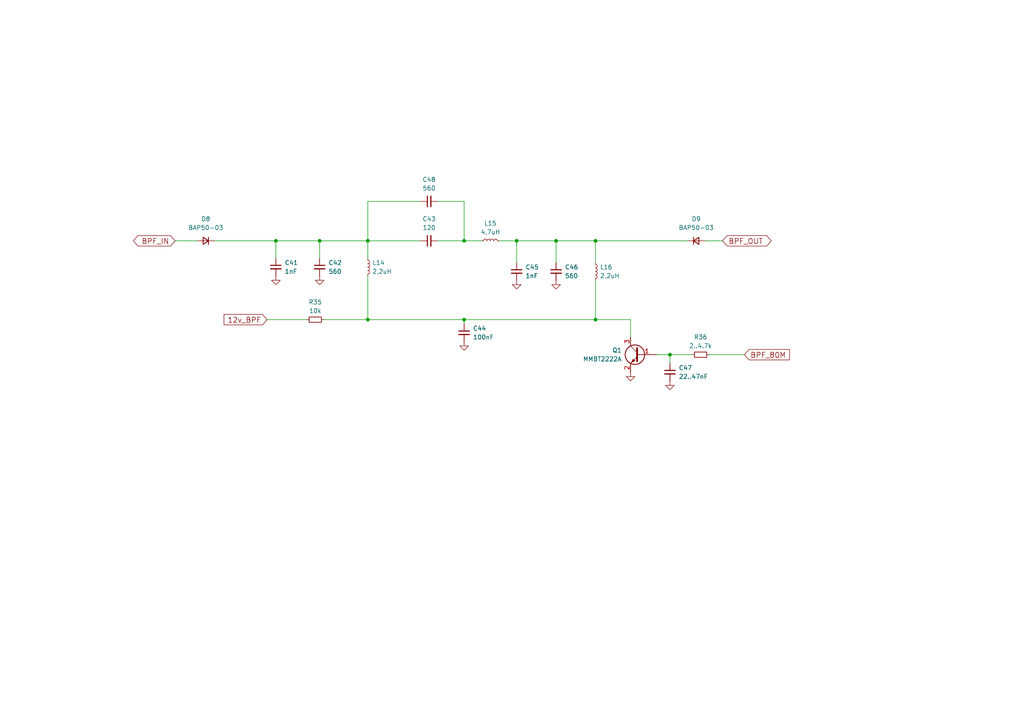
<source format=kicad_sch>
(kicad_sch (version 20231120) (generator "eeschema") (generator_version "8.0")
  (paper "A4")
  (lib_symbols
    (symbol "Device:C_Small" (pin_numbers hide) (pin_names (offset 0.254) hide)
      (property "Reference" "C" (at 0.254 1.778 0))
      (property "Value" "C_Small" (at 0.254 -2.032 0))
      (symbol "C_Small_0_1"
        (polyline (pts (xy -1.524 -0.508) (xy 1.524 -0.508)) (stroke (width 0.3302)))
        (polyline (pts (xy -1.524 0.508) (xy 1.524 0.508)) (stroke (width 0.3048)))
      )
      (symbol "C_Small_1_1"
        (pin passive line (at 0 2.54 270) (length 2.032) (name "~") (number "1"))
        (pin passive line (at 0 -2.54 90) (length 2.032) (name "~") (number "2"))
      )
    )
    (symbol "Device:D_Small" (pin_numbers hide) (pin_names (offset 0.254) hide)
      (property "Reference" "D" (at -1.27 2.032 0))
      (property "Value" "D_Small" (at -3.81 -2.032 0))
      (symbol "D_Small_0_1"
        (polyline (pts (xy -0.762 -1.016) (xy -0.762 1.016)) (stroke (width 0.254)))
        (polyline (pts (xy -0.762 0) (xy 0.762 0)))
        (polyline (pts (xy 0.762 -1.016) (xy -0.762 0) (xy 0.762 1.016) (xy 0.762 -1.016)) (stroke (width 0.254)))
      )
      (symbol "D_Small_1_1"
        (pin passive line (at -2.54 0 0) (length 1.778) (name "K") (number "1"))
        (pin passive line (at 2.54 0 180) (length 1.778) (name "A") (number "2"))
      )
    )
    (symbol "Device:L_Small" (pin_numbers hide) (pin_names (offset 0.254) hide)
      (property "Reference" "L" (at 0.762 1.016 0))
      (property "Value" "L_Small" (at 0.762 -1.016 0))
      (symbol "L_Small_0_1"
        (arc (start 0 -2.032) (mid 0.5058 -1.524) (end 0 -1.016))
        (arc (start 0 -1.016) (mid 0.5058 -0.508) (end 0 0))
        (arc (start 0 0) (mid 0.5058 0.508) (end 0 1.016))
        (arc (start 0 1.016) (mid 0.5058 1.524) (end 0 2.032))
      )
      (symbol "L_Small_1_1"
        (pin passive line (at 0 2.54 270) (length 0.508) (name "~") (number "1"))
        (pin passive line (at 0 -2.54 90) (length 0.508) (name "~") (number "2"))
      )
    )
    (symbol "Device:R_Small" (pin_numbers hide) (pin_names (offset 0.254) hide)
      (property "Reference" "R" (at 0.762 0.508 0))
      (property "Value" "R_Small" (at 0.762 -1.016 0))
      (symbol "R_Small_0_1"
        (rectangle (start -0.762 1.778) (end 0.762 -1.778) (stroke (width 0.2032)))
      )
      (symbol "R_Small_1_1"
        (pin passive line (at 0 2.54 270) (length 0.762) (name "~") (number "1"))
        (pin passive line (at 0 -2.54 90) (length 0.762) (name "~") (number "2"))
      )
    )
    (symbol "Transistor_BJT:MMBT2222A" (pin_names (offset 0) hide)
      (property "Reference" "Q" (at 5.08 1.905 0))
      (property "Value" "MMBT2222A" (at 5.08 0 0))
      (symbol "MMBT2222A_0_1"
        (polyline (pts (xy 0.635 0.635) (xy 2.54 2.54)))
        (polyline (pts (xy 0.635 -0.635) (xy 2.54 -2.54) (xy 2.54 -2.54)))
        (polyline (pts (xy 0.635 1.905) (xy 0.635 -1.905) (xy 0.635 -1.905)) (stroke (width 0.508)))
        (polyline (pts (xy 1.27 -1.778) (xy 1.778 -1.27) (xy 2.286 -2.286) (xy 1.27 -1.778) (xy 1.27 -1.778)) (fill (type outline)))
        (circle (center 1.27 0) (radius 2.8194) (stroke (width 0.254)))
      )
      (symbol "MMBT2222A_1_1"
        (pin input line (at -5.08 0 0) (length 5.715) (name "B") (number "1"))
        (pin passive line (at 2.54 -5.08 90) (length 2.54) (name "E") (number "2"))
        (pin passive line (at 2.54 5.08 270) (length 2.54) (name "C") (number "3"))
      )
    )
    (symbol "power:GND" (power) (pin_numbers hide) (pin_names (offset 0) hide)
      (property "Value" "GND" (at 0 -3.81 0))
      (symbol "GND_0_1"
        (polyline (pts (xy 0 0) (xy 0 -1.27) (xy 1.27 -1.27) (xy 0 -2.54) (xy -1.27 -1.27) (xy 0 -1.27)))
      )
      (symbol "GND_1_1"
        (pin power_in line (at 0 0 270) (length 0) (name "~") (number "1"))
      )
    )
  )
  (junction (at 172.72 69.85))
  (junction (at 194.31 102.87))
  (junction (at 106.68 69.85))
  (junction (at 80.01 69.85))
  (junction (at 134.62 69.85))
  (junction (at 172.72 92.71))
  (junction (at 149.86 69.85))
  (junction (at 92.71 69.85))
  (junction (at 161.29 69.85))
  (junction (at 106.68 92.71))
  (junction (at 134.62 92.71))
  (wire (pts (xy 80.01 69.85) (xy 92.71 69.85)))
  (wire (pts (xy 205.74 102.87) (xy 215.9 102.87)))
  (wire (pts (xy 190.5 102.87) (xy 194.31 102.87)))
  (wire (pts (xy 204.47 69.85) (xy 209.55 69.85)))
  (wire (pts (xy 93.98 92.71) (xy 106.68 92.71)))
  (wire (pts (xy 121.92 58.42) (xy 106.68 58.42)))
  (wire (pts (xy 134.62 58.42) (xy 134.62 69.85)))
  (wire (pts (xy 161.29 69.85) (xy 161.29 76.2)))
  (wire (pts (xy 127 58.42) (xy 134.62 58.42)))
  (wire (pts (xy 106.68 69.85) (xy 92.71 69.85)))
  (wire (pts (xy 149.86 69.85) (xy 149.86 76.2)))
  (wire (pts (xy 194.31 102.87) (xy 200.66 102.87)))
  (wire (pts (xy 149.86 69.85) (xy 161.29 69.85)))
  (wire (pts (xy 144.78 69.85) (xy 149.86 69.85)))
  (wire (pts (xy 172.72 92.71) (xy 172.72 81.28)))
  (wire (pts (xy 134.62 92.71) (xy 134.62 93.98)))
  (wire (pts (xy 134.62 92.71) (xy 172.72 92.71)))
  (wire (pts (xy 161.29 69.85) (xy 172.72 69.85)))
  (wire (pts (xy 62.23 69.85) (xy 80.01 69.85)))
  (wire (pts (xy 172.72 69.85) (xy 199.39 69.85)))
  (wire (pts (xy 194.31 102.87) (xy 194.31 105.41)))
  (wire (pts (xy 50.8 69.85) (xy 57.15 69.85)))
  (wire (pts (xy 182.88 92.71) (xy 182.88 97.79)))
  (wire (pts (xy 134.62 69.85) (xy 139.7 69.85)))
  (wire (pts (xy 172.72 92.71) (xy 182.88 92.71)))
  (wire (pts (xy 106.68 92.71) (xy 134.62 92.71)))
  (wire (pts (xy 106.68 92.71) (xy 106.68 80.01)))
  (wire (pts (xy 106.68 69.85) (xy 106.68 74.93)))
  (wire (pts (xy 121.92 69.85) (xy 106.68 69.85)))
  (wire (pts (xy 77.47 92.71) (xy 88.9 92.71)))
  (wire (pts (xy 92.71 69.85) (xy 92.71 74.93)))
  (wire (pts (xy 80.01 69.85) (xy 80.01 74.93)))
  (wire (pts (xy 172.72 69.85) (xy 172.72 76.2)))
  (wire (pts (xy 127 69.85) (xy 134.62 69.85)))
  (wire (pts (xy 106.68 58.42) (xy 106.68 69.85)))
  (global_label "12v_BPF" (shape input) (at 77.47 92.71 180) (effects (font (size 1.524 1.524))) (property "Intersheetrefs" "${INTERSHEET_REFS}" (effects (hide yes))))
  (global_label "BPF_IN" (shape bidirectional) (at 50.8 69.85 180) (effects (font (size 1.524 1.524))) (property "Intersheetrefs" "${INTERSHEET_REFS}" (effects (hide yes))))
  (global_label "BPF_OUT" (shape bidirectional) (at 209.55 69.85 0) (effects (font (size 1.524 1.524))) (property "Intersheetrefs" "${INTERSHEET_REFS}" (effects (hide yes))))
  (global_label "BPF_80M" (shape input) (at 215.9 102.87 0) (effects (font (size 1.524 1.524))) (property "Intersheetrefs" "${INTERSHEET_REFS}" (effects (hide yes))))
  (symbol (lib_id "Device:D_Small") (at 59.69 69.85 180) (unit 1)
    (property "Reference" "D8" (at 59.69 63.5 0))
    (property "Value" "BAP50-03" (at 59.69 66.04 0))
    (property "Footprint" "Diode_SMD:D_SOD-323_HandSoldering" (effects (hide yes)))
    (property "Description" "Diode, small symbol" (effects (hide yes)))
    (property "Sim.Device" "D" (effects (hide yes)))
    (property "Sim.Pins" "1=K 2=A" (effects (hide yes)))
    (property "JLCPCB" "C130411" (effects (hide yes)))
  )
  (symbol (lib_id "power:GND") (at 134.62 99.06 0) (unit 1)
    (property "Reference" "#PWR066" (effects (hide yes)))
    (property "Value" "GND" (effects (hide yes)))
    (property "Description" "Power symbol creates a global label with name \"GND\" , ground" (effects (hide yes)))
  )
  (symbol (lib_id "power:GND") (at 80.01 80.01 0) (unit 1)
    (property "Reference" "#PWR064" (effects (hide yes)))
    (property "Value" "GND" (effects (hide yes)))
    (property "Description" "Power symbol creates a global label with name \"GND\" , ground" (effects (hide yes)))
  )
  (symbol (lib_id "power:GND") (at 92.71 80.01 0) (unit 1)
    (property "Reference" "#PWR065" (effects (hide yes)))
    (property "Value" "GND" (effects (hide yes)))
    (property "Description" "Power symbol creates a global label with name \"GND\" , ground" (effects (hide yes)))
  )
  (symbol (lib_id "Device:R_Small") (at 203.2 102.87 90) (unit 1)
    (property "Reference" "R36" (at 203.2 97.79 90))
    (property "Value" "2..4.7k" (at 203.2 100.33 90))
    (property "Description" "Resistor, small symbol" (effects (hide yes)))
  )
  (symbol (lib_id "Device:C_Small") (at 194.31 107.95 0) (unit 1)
    (property "Reference" "C47" (at 196.85 106.6862 0) (effects (justify left)))
    (property "Value" "22..47nF" (at 196.85 109.2262 0) (effects (justify left)))
    (property "Description" "Unpolarized capacitor, small symbol" (effects (hide yes)))
  )
  (symbol (lib_id "power:GND") (at 149.86 81.28 0) (unit 1)
    (property "Reference" "#PWR067" (effects (hide yes)))
    (property "Value" "GND" (effects (hide yes)))
    (property "Description" "Power symbol creates a global label with name \"GND\" , ground" (effects (hide yes)))
  )
  (symbol (lib_id "Device:D_Small") (at 201.93 69.85 0) (unit 1)
    (property "Reference" "D9" (at 201.93 63.5 0))
    (property "Value" "BAP50-03" (at 201.93 66.04 0))
    (property "Footprint" "Diode_SMD:D_SOD-323_HandSoldering" (effects (hide yes)))
    (property "Description" "Diode, small symbol" (effects (hide yes)))
    (property "Sim.Device" "D" (effects (hide yes)))
    (property "Sim.Pins" "1=K 2=A" (effects (hide yes)))
    (property "JLCPCB" "C130411" (effects (hide yes)))
  )
  (symbol (lib_id "power:GND") (at 194.31 110.49 0) (unit 1)
    (property "Reference" "#PWR070" (effects (hide yes)))
    (property "Value" "GND" (effects (hide yes)))
    (property "Description" "Power symbol creates a global label with name \"GND\" , ground" (effects (hide yes)))
  )
  (symbol (lib_id "power:GND") (at 182.88 107.95 0) (unit 1)
    (property "Reference" "#PWR069" (effects (hide yes)))
    (property "Value" "GND" (effects (hide yes)))
    (property "Description" "Power symbol creates a global label with name \"GND\" , ground" (effects (hide yes)))
  )
  (symbol (lib_id "Device:C_Small") (at 124.46 58.42 90) (unit 1)
    (property "Reference" "C48" (at 124.4663 52.07 90))
    (property "Value" "560" (at 124.4663 54.61 90))
    (property "Footprint" "Capacitor_SMD:C_0603_1608Metric_Pad1.08x0.95mm_HandSolder" (effects (hide yes)))
    (property "Description" "Unpolarized capacitor, small symbol" (effects (hide yes)))
    (property "JLCPCB" "C599667" (effects (hide yes)))
  )
  (symbol (lib_id "Device:R_Small") (at 91.44 92.71 90) (unit 1)
    (property "Reference" "R35" (at 91.44 87.63 90))
    (property "Value" "10k" (at 91.44 90.17 90))
    (property "Footprint" "Resistor_SMD:R_0603_1608Metric_Pad0.98x0.95mm_HandSolder" (effects (hide yes)))
    (property "Description" "Resistor, small symbol" (effects (hide yes)))
    (property "JLCPCB" "C25804" (effects (hide yes)))
  )
  (symbol (lib_id "Device:L_Small") (at 106.68 77.47 0) (unit 1)
    (property "Reference" "L14" (at 107.95 76.1999 0) (effects (justify left)))
    (property "Value" "2,2uH" (at 107.95 78.7399 0) (effects (justify left)))
    (property "Footprint" "Inductor_THT:L_Axial_L6.6mm_D2.7mm_P10.16mm_Horizontal_Vishay_IM-2" (effects (hide yes)))
    (property "Description" "Inductor, small symbol" (effects (hide yes)))
  )
  (symbol (lib_id "Device:L_Small") (at 172.72 78.74 0) (unit 1)
    (property "Reference" "L16" (at 173.99 77.4699 0) (effects (justify left)))
    (property "Value" "2,2uH" (at 173.99 80.0099 0) (effects (justify left)))
    (property "Footprint" "Inductor_THT:L_Axial_L6.6mm_D2.7mm_P10.16mm_Horizontal_Vishay_IM-2" (effects (hide yes)))
    (property "Description" "Inductor, small symbol" (effects (hide yes)))
  )
  (symbol (lib_id "Device:C_Small") (at 134.62 96.52 0) (unit 1)
    (property "Reference" "C44" (at 137.16 95.2562 0) (effects (justify left)))
    (property "Value" "100nF" (at 137.16 97.7962 0) (effects (justify left)))
    (property "Description" "Unpolarized capacitor, small symbol" (effects (hide yes)))
  )
  (symbol (lib_id "Device:C_Small") (at 92.71 77.47 0) (unit 1)
    (property "Reference" "C42" (at 95.25 76.2062 0) (effects (justify left)))
    (property "Value" "560" (at 95.25 78.7462 0) (effects (justify left)))
    (property "Footprint" "Capacitor_SMD:C_0603_1608Metric_Pad1.08x0.95mm_HandSolder" (effects (hide yes)))
    (property "Description" "Unpolarized capacitor, small symbol" (effects (hide yes)))
    (property "JLCPCB" "C694496" (effects (hide yes)))
  )
  (symbol (lib_id "Device:C_Small") (at 124.46 69.85 90) (unit 1)
    (property "Reference" "C43" (at 124.4663 63.5 90))
    (property "Value" "120" (at 124.4663 66.04 90))
    (property "Footprint" "Capacitor_SMD:C_0603_1608Metric_Pad1.08x0.95mm_HandSolder" (effects (hide yes)))
    (property "Description" "Unpolarized capacitor, small symbol" (effects (hide yes)))
    (property "JLCPCB" "C599667" (effects (hide yes)))
  )
  (symbol (lib_id "Device:C_Small") (at 80.01 77.47 0) (unit 1)
    (property "Reference" "C41" (at 82.55 76.2062 0) (effects (justify left)))
    (property "Value" "1nF" (at 82.55 78.7462 0) (effects (justify left)))
    (property "Footprint" "Capacitor_SMD:C_0603_1608Metric_Pad1.08x0.95mm_HandSolder" (effects (hide yes)))
    (property "Description" "Unpolarized capacitor, small symbol" (effects (hide yes)))
    (property "JLCPCB" "C694496" (effects (hide yes)))
  )
  (symbol (lib_id "Device:L_Small") (at 142.24 69.85 90) (unit 1)
    (property "Reference" "L15" (at 142.24 64.77 90))
    (property "Value" "4,7uH" (at 142.24 67.31 90))
    (property "Footprint" "Inductor_THT:L_Axial_L6.6mm_D2.7mm_P10.16mm_Horizontal_Vishay_IM-2" (effects (hide yes)))
    (property "Description" "Inductor, small symbol" (effects (hide yes)))
  )
  (symbol (lib_id "Device:C_Small") (at 149.86 78.74 0) (unit 1)
    (property "Reference" "C45" (at 152.4 77.4762 0) (effects (justify left)))
    (property "Value" "1nF" (at 152.4 80.0162 0) (effects (justify left)))
    (property "Footprint" "Capacitor_SMD:C_0603_1608Metric_Pad1.08x0.95mm_HandSolder" (effects (hide yes)))
    (property "Description" "Unpolarized capacitor, small symbol" (effects (hide yes)))
    (property "JLCPCB" "C694496" (effects (hide yes)))
  )
  (symbol (lib_id "power:GND") (at 161.29 81.28 0) (unit 1)
    (property "Reference" "#PWR068" (effects (hide yes)))
    (property "Value" "GND" (effects (hide yes)))
    (property "Description" "Power symbol creates a global label with name \"GND\" , ground" (effects (hide yes)))
  )
  (symbol (lib_id "Device:C_Small") (at 161.29 78.74 0) (unit 1)
    (property "Reference" "C46" (at 163.83 77.4762 0) (effects (justify left)))
    (property "Value" "560" (at 163.83 80.0162 0) (effects (justify left)))
    (property "Footprint" "Capacitor_SMD:C_0603_1608Metric_Pad1.08x0.95mm_HandSolder" (effects (hide yes)))
    (property "Description" "Unpolarized capacitor, small symbol" (effects (hide yes)))
    (property "JLCPCB" "C694496" (effects (hide yes)))
  )
  (symbol (lib_id "Transistor_BJT:MMBT2222A") (at 185.42 102.87 0) (mirror y) (unit 1)
    (property "Reference" "Q1" (at 180.34 101.5999 0) (effects (justify left)))
    (property "Value" "MMBT2222A" (at 180.34 104.1399 0) (effects (justify left)))
    (property "Footprint" "Package_TO_SOT_SMD:SOT-23" (effects (hide yes)))
    (property "Datasheet" "https://assets.nexperia.com/documents/data-sheet/MMBT2222A.pdf" (effects (hide yes)))
    (property "Description" "600mA Ic, 40V Vce, NPN Transistor, SOT-23" (effects (hide yes)))
  )
)
</source>
